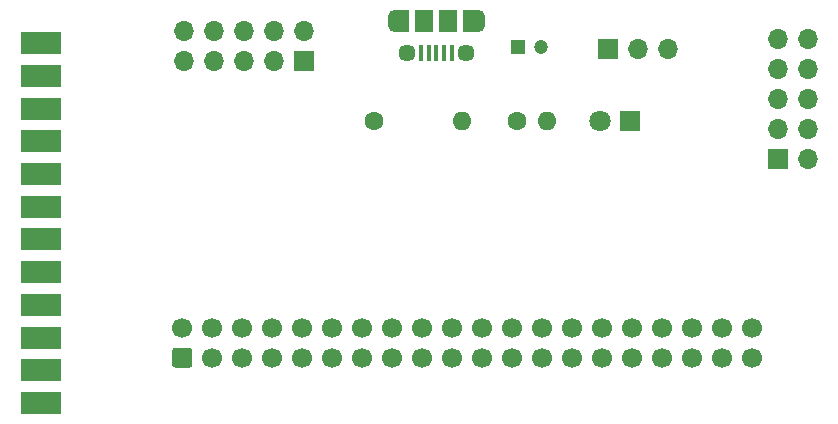
<source format=gbr>
%TF.GenerationSoftware,KiCad,Pcbnew,5.1.12-84ad8e8a86~92~ubuntu18.04.1*%
%TF.CreationDate,2022-06-27T01:27:44+02:00*%
%TF.ProjectId,Parallel-brk,50617261-6c6c-4656-9c2d-62726b2e6b69,rev?*%
%TF.SameCoordinates,Original*%
%TF.FileFunction,Soldermask,Top*%
%TF.FilePolarity,Negative*%
%FSLAX46Y46*%
G04 Gerber Fmt 4.6, Leading zero omitted, Abs format (unit mm)*
G04 Created by KiCad (PCBNEW 5.1.12-84ad8e8a86~92~ubuntu18.04.1) date 2022-06-27 01:27:44*
%MOMM*%
%LPD*%
G01*
G04 APERTURE LIST*
%ADD10R,3.480000X1.846667*%
%ADD11O,1.700000X1.700000*%
%ADD12R,1.700000X1.700000*%
%ADD13O,1.600000X1.600000*%
%ADD14C,1.600000*%
%ADD15R,1.200000X1.900000*%
%ADD16O,1.200000X1.900000*%
%ADD17R,1.500000X1.900000*%
%ADD18C,1.450000*%
%ADD19R,0.400000X1.350000*%
%ADD20C,1.700000*%
%ADD21C,1.800000*%
%ADD22R,1.800000X1.800000*%
%ADD23C,1.200000*%
%ADD24R,1.200000X1.200000*%
G04 APERTURE END LIST*
D10*
%TO.C,J1*%
X100550000Y-47015000D03*
X100550000Y-49785000D03*
X100550000Y-52555000D03*
X100550000Y-55325000D03*
X100550000Y-58095000D03*
X100550000Y-60865000D03*
X100550000Y-63635000D03*
X100550000Y-66405000D03*
X100550000Y-69175000D03*
X100550000Y-71945000D03*
X100550000Y-74715000D03*
X100550000Y-77485000D03*
%TD*%
D11*
%TO.C,J6*%
X112690000Y-46010000D03*
X112690000Y-48550000D03*
X115230000Y-46010000D03*
X115230000Y-48550000D03*
X117770000Y-46010000D03*
X117770000Y-48550000D03*
X120310000Y-46010000D03*
X120310000Y-48550000D03*
X122850000Y-46010000D03*
D12*
X122850000Y-48550000D03*
%TD*%
D11*
%TO.C,J5*%
X165540000Y-46690000D03*
X163000000Y-46690000D03*
X165540000Y-49230000D03*
X163000000Y-49230000D03*
X165540000Y-51770000D03*
X163000000Y-51770000D03*
X165540000Y-54310000D03*
X163000000Y-54310000D03*
X165540000Y-56850000D03*
D12*
X163000000Y-56850000D03*
%TD*%
D13*
%TO.C,R1*%
X143440000Y-53650000D03*
D14*
X140900000Y-53650000D03*
%TD*%
D11*
%TO.C,J4*%
X153680000Y-47550000D03*
X151140000Y-47550000D03*
D12*
X148600000Y-47550000D03*
%TD*%
D15*
%TO.C,J3*%
X136950000Y-45162500D03*
X131150000Y-45162500D03*
D16*
X130550000Y-45162500D03*
X137550000Y-45162500D03*
D17*
X135050000Y-45162500D03*
D18*
X131550000Y-47862500D03*
D19*
X134050000Y-47862500D03*
X133400000Y-47862500D03*
X132750000Y-47862500D03*
X135350000Y-47862500D03*
X134700000Y-47862500D03*
D18*
X136550000Y-47862500D03*
D17*
X133050000Y-45162500D03*
%TD*%
D20*
%TO.C,J2*%
X160810000Y-71110000D03*
X158270000Y-71110000D03*
X155730000Y-71110000D03*
X153190000Y-71110000D03*
X150650000Y-71110000D03*
X148110000Y-71110000D03*
X145570000Y-71110000D03*
X143030000Y-71110000D03*
X140490000Y-71110000D03*
X137950000Y-71110000D03*
X135410000Y-71110000D03*
X132870000Y-71110000D03*
X130330000Y-71110000D03*
X127790000Y-71110000D03*
X125250000Y-71110000D03*
X122710000Y-71110000D03*
X120170000Y-71110000D03*
X117630000Y-71110000D03*
X115090000Y-71110000D03*
X112550000Y-71110000D03*
X160810000Y-73650000D03*
X158270000Y-73650000D03*
X155730000Y-73650000D03*
X153190000Y-73650000D03*
X150650000Y-73650000D03*
X148110000Y-73650000D03*
X145570000Y-73650000D03*
X143030000Y-73650000D03*
X140490000Y-73650000D03*
X137950000Y-73650000D03*
X135410000Y-73650000D03*
X132870000Y-73650000D03*
X130330000Y-73650000D03*
X127790000Y-73650000D03*
X125250000Y-73650000D03*
X122710000Y-73650000D03*
X120170000Y-73650000D03*
X117630000Y-73650000D03*
X115090000Y-73650000D03*
G36*
G01*
X113150000Y-74500000D02*
X111950000Y-74500000D01*
G75*
G02*
X111700000Y-74250000I0J250000D01*
G01*
X111700000Y-73050000D01*
G75*
G02*
X111950000Y-72800000I250000J0D01*
G01*
X113150000Y-72800000D01*
G75*
G02*
X113400000Y-73050000I0J-250000D01*
G01*
X113400000Y-74250000D01*
G75*
G02*
X113150000Y-74500000I-250000J0D01*
G01*
G37*
%TD*%
D21*
%TO.C,D1*%
X147910000Y-53600000D03*
D22*
X150450000Y-53600000D03*
%TD*%
D23*
%TO.C,C2*%
X142950000Y-47350000D03*
D24*
X140950000Y-47350000D03*
%TD*%
D13*
%TO.C,C1*%
X136250000Y-53650000D03*
D14*
X128750000Y-53650000D03*
%TD*%
M02*

</source>
